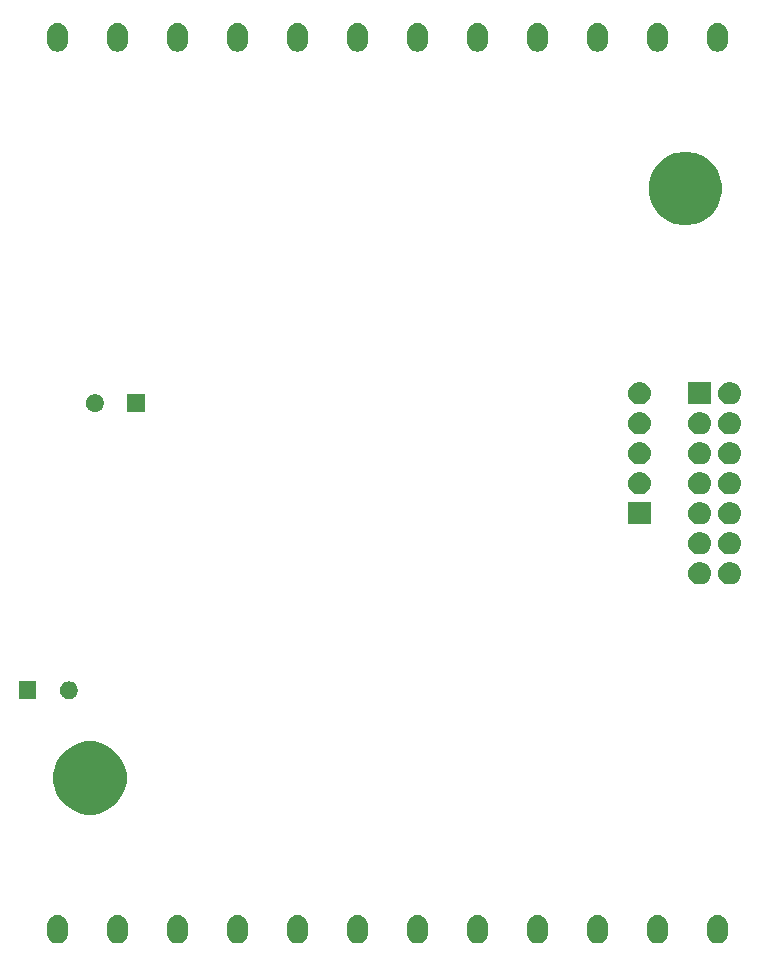
<source format=gbs>
G04 #@! TF.GenerationSoftware,KiCad,Pcbnew,5.0.2*
G04 #@! TF.CreationDate,2018-12-28T21:36:43+01:00*
G04 #@! TF.ProjectId,esp32control,65737033-3263-46f6-9e74-726f6c2e6b69,rev?*
G04 #@! TF.SameCoordinates,Original*
G04 #@! TF.FileFunction,Soldermask,Bot*
G04 #@! TF.FilePolarity,Negative*
%FSLAX46Y46*%
G04 Gerber Fmt 4.6, Leading zero omitted, Abs format (unit mm)*
G04 Created by KiCad (PCBNEW 5.0.2) date Fr 28 Dez 2018 21:36:43 CET*
%MOMM*%
%LPD*%
G01*
G04 APERTURE LIST*
%ADD10C,0.100000*%
G04 APERTURE END LIST*
D10*
G36*
X57544931Y-115681522D02*
X57714576Y-115732984D01*
X57870936Y-115816559D01*
X58007975Y-115929025D01*
X58120444Y-116066067D01*
X58204015Y-116222419D01*
X58255478Y-116392068D01*
X58268500Y-116524289D01*
X58268500Y-117212710D01*
X58255478Y-117344931D01*
X58204016Y-117514576D01*
X58204014Y-117514581D01*
X58134673Y-117644309D01*
X58120441Y-117670936D01*
X58007975Y-117807975D01*
X57870933Y-117920444D01*
X57714581Y-118004015D01*
X57544932Y-118055478D01*
X57368500Y-118072854D01*
X57192069Y-118055478D01*
X57022420Y-118004015D01*
X56866068Y-117920444D01*
X56729026Y-117807975D01*
X56616557Y-117670933D01*
X56532986Y-117514581D01*
X56481522Y-117344932D01*
X56468500Y-117212711D01*
X56468500Y-116524290D01*
X56481522Y-116392069D01*
X56532984Y-116222424D01*
X56616559Y-116066064D01*
X56729025Y-115929025D01*
X56866067Y-115816556D01*
X57022419Y-115732985D01*
X57192068Y-115681522D01*
X57368500Y-115664146D01*
X57544931Y-115681522D01*
X57544931Y-115681522D01*
G37*
G36*
X62624931Y-115681522D02*
X62794576Y-115732984D01*
X62950936Y-115816559D01*
X63087975Y-115929025D01*
X63200444Y-116066067D01*
X63284015Y-116222419D01*
X63335478Y-116392068D01*
X63348500Y-116524289D01*
X63348500Y-117212710D01*
X63335478Y-117344931D01*
X63284016Y-117514576D01*
X63284014Y-117514581D01*
X63214673Y-117644309D01*
X63200441Y-117670936D01*
X63087975Y-117807975D01*
X62950933Y-117920444D01*
X62794581Y-118004015D01*
X62624932Y-118055478D01*
X62448500Y-118072854D01*
X62272069Y-118055478D01*
X62102420Y-118004015D01*
X61946068Y-117920444D01*
X61809026Y-117807975D01*
X61696557Y-117670933D01*
X61612986Y-117514581D01*
X61561522Y-117344932D01*
X61548500Y-117212711D01*
X61548500Y-116524290D01*
X61561522Y-116392069D01*
X61612984Y-116222424D01*
X61696559Y-116066064D01*
X61809025Y-115929025D01*
X61946067Y-115816556D01*
X62102419Y-115732985D01*
X62272068Y-115681522D01*
X62448500Y-115664146D01*
X62624931Y-115681522D01*
X62624931Y-115681522D01*
G37*
G36*
X67704931Y-115681522D02*
X67874576Y-115732984D01*
X68030936Y-115816559D01*
X68167975Y-115929025D01*
X68280444Y-116066067D01*
X68364015Y-116222419D01*
X68415478Y-116392068D01*
X68428500Y-116524289D01*
X68428500Y-117212710D01*
X68415478Y-117344931D01*
X68364016Y-117514576D01*
X68364014Y-117514581D01*
X68294673Y-117644309D01*
X68280441Y-117670936D01*
X68167975Y-117807975D01*
X68030933Y-117920444D01*
X67874581Y-118004015D01*
X67704932Y-118055478D01*
X67528500Y-118072854D01*
X67352069Y-118055478D01*
X67182420Y-118004015D01*
X67026068Y-117920444D01*
X66889026Y-117807975D01*
X66776557Y-117670933D01*
X66692986Y-117514581D01*
X66641522Y-117344932D01*
X66628500Y-117212711D01*
X66628500Y-116524290D01*
X66641522Y-116392069D01*
X66692984Y-116222424D01*
X66776559Y-116066064D01*
X66889025Y-115929025D01*
X67026067Y-115816556D01*
X67182419Y-115732985D01*
X67352068Y-115681522D01*
X67528500Y-115664146D01*
X67704931Y-115681522D01*
X67704931Y-115681522D01*
G37*
G36*
X72784931Y-115681522D02*
X72954576Y-115732984D01*
X73110936Y-115816559D01*
X73247975Y-115929025D01*
X73360444Y-116066067D01*
X73444015Y-116222419D01*
X73495478Y-116392068D01*
X73508500Y-116524289D01*
X73508500Y-117212710D01*
X73495478Y-117344931D01*
X73444016Y-117514576D01*
X73444014Y-117514581D01*
X73374673Y-117644309D01*
X73360441Y-117670936D01*
X73247975Y-117807975D01*
X73110933Y-117920444D01*
X72954581Y-118004015D01*
X72784932Y-118055478D01*
X72608500Y-118072854D01*
X72432069Y-118055478D01*
X72262420Y-118004015D01*
X72106068Y-117920444D01*
X71969026Y-117807975D01*
X71856557Y-117670933D01*
X71772986Y-117514581D01*
X71721522Y-117344932D01*
X71708500Y-117212711D01*
X71708500Y-116524290D01*
X71721522Y-116392069D01*
X71772984Y-116222424D01*
X71856559Y-116066064D01*
X71969025Y-115929025D01*
X72106067Y-115816556D01*
X72262419Y-115732985D01*
X72432068Y-115681522D01*
X72608500Y-115664146D01*
X72784931Y-115681522D01*
X72784931Y-115681522D01*
G37*
G36*
X77864931Y-115681522D02*
X78034576Y-115732984D01*
X78190936Y-115816559D01*
X78327975Y-115929025D01*
X78440444Y-116066067D01*
X78524015Y-116222419D01*
X78575478Y-116392068D01*
X78588500Y-116524289D01*
X78588500Y-117212710D01*
X78575478Y-117344931D01*
X78524016Y-117514576D01*
X78524014Y-117514581D01*
X78454673Y-117644309D01*
X78440441Y-117670936D01*
X78327975Y-117807975D01*
X78190933Y-117920444D01*
X78034581Y-118004015D01*
X77864932Y-118055478D01*
X77688500Y-118072854D01*
X77512069Y-118055478D01*
X77342420Y-118004015D01*
X77186068Y-117920444D01*
X77049026Y-117807975D01*
X76936557Y-117670933D01*
X76852986Y-117514581D01*
X76801522Y-117344932D01*
X76788500Y-117212711D01*
X76788500Y-116524290D01*
X76801522Y-116392069D01*
X76852984Y-116222424D01*
X76936559Y-116066064D01*
X77049025Y-115929025D01*
X77186067Y-115816556D01*
X77342419Y-115732985D01*
X77512068Y-115681522D01*
X77688500Y-115664146D01*
X77864931Y-115681522D01*
X77864931Y-115681522D01*
G37*
G36*
X82944931Y-115681522D02*
X83114576Y-115732984D01*
X83270936Y-115816559D01*
X83407975Y-115929025D01*
X83520444Y-116066067D01*
X83604015Y-116222419D01*
X83655478Y-116392068D01*
X83668500Y-116524289D01*
X83668500Y-117212710D01*
X83655478Y-117344931D01*
X83604016Y-117514576D01*
X83604014Y-117514581D01*
X83534673Y-117644309D01*
X83520441Y-117670936D01*
X83407975Y-117807975D01*
X83270933Y-117920444D01*
X83114581Y-118004015D01*
X82944932Y-118055478D01*
X82768500Y-118072854D01*
X82592069Y-118055478D01*
X82422420Y-118004015D01*
X82266068Y-117920444D01*
X82129026Y-117807975D01*
X82016557Y-117670933D01*
X81932986Y-117514581D01*
X81881522Y-117344932D01*
X81868500Y-117212711D01*
X81868500Y-116524290D01*
X81881522Y-116392069D01*
X81932984Y-116222424D01*
X82016559Y-116066064D01*
X82129025Y-115929025D01*
X82266067Y-115816556D01*
X82422419Y-115732985D01*
X82592068Y-115681522D01*
X82768500Y-115664146D01*
X82944931Y-115681522D01*
X82944931Y-115681522D01*
G37*
G36*
X93104931Y-115681522D02*
X93274576Y-115732984D01*
X93430936Y-115816559D01*
X93567975Y-115929025D01*
X93680444Y-116066067D01*
X93764015Y-116222419D01*
X93815478Y-116392068D01*
X93828500Y-116524289D01*
X93828500Y-117212710D01*
X93815478Y-117344931D01*
X93764016Y-117514576D01*
X93764014Y-117514581D01*
X93694673Y-117644309D01*
X93680441Y-117670936D01*
X93567975Y-117807975D01*
X93430933Y-117920444D01*
X93274581Y-118004015D01*
X93104932Y-118055478D01*
X92928500Y-118072854D01*
X92752069Y-118055478D01*
X92582420Y-118004015D01*
X92426068Y-117920444D01*
X92289026Y-117807975D01*
X92176557Y-117670933D01*
X92092986Y-117514581D01*
X92041522Y-117344932D01*
X92028500Y-117212711D01*
X92028500Y-116524290D01*
X92041522Y-116392069D01*
X92092984Y-116222424D01*
X92176559Y-116066064D01*
X92289025Y-115929025D01*
X92426067Y-115816556D01*
X92582419Y-115732985D01*
X92752068Y-115681522D01*
X92928500Y-115664146D01*
X93104931Y-115681522D01*
X93104931Y-115681522D01*
G37*
G36*
X113424931Y-115681522D02*
X113594576Y-115732984D01*
X113750936Y-115816559D01*
X113887975Y-115929025D01*
X114000444Y-116066067D01*
X114084015Y-116222419D01*
X114135478Y-116392068D01*
X114148500Y-116524289D01*
X114148500Y-117212710D01*
X114135478Y-117344931D01*
X114084016Y-117514576D01*
X114084014Y-117514581D01*
X114014673Y-117644309D01*
X114000441Y-117670936D01*
X113887975Y-117807975D01*
X113750933Y-117920444D01*
X113594581Y-118004015D01*
X113424932Y-118055478D01*
X113248500Y-118072854D01*
X113072069Y-118055478D01*
X112902420Y-118004015D01*
X112746068Y-117920444D01*
X112609026Y-117807975D01*
X112496557Y-117670933D01*
X112412986Y-117514581D01*
X112361522Y-117344932D01*
X112348500Y-117212711D01*
X112348500Y-116524290D01*
X112361522Y-116392069D01*
X112412984Y-116222424D01*
X112496559Y-116066064D01*
X112609025Y-115929025D01*
X112746067Y-115816556D01*
X112902419Y-115732985D01*
X113072068Y-115681522D01*
X113248500Y-115664146D01*
X113424931Y-115681522D01*
X113424931Y-115681522D01*
G37*
G36*
X108344931Y-115681522D02*
X108514576Y-115732984D01*
X108670936Y-115816559D01*
X108807975Y-115929025D01*
X108920444Y-116066067D01*
X109004015Y-116222419D01*
X109055478Y-116392068D01*
X109068500Y-116524289D01*
X109068500Y-117212710D01*
X109055478Y-117344931D01*
X109004016Y-117514576D01*
X109004014Y-117514581D01*
X108934673Y-117644309D01*
X108920441Y-117670936D01*
X108807975Y-117807975D01*
X108670933Y-117920444D01*
X108514581Y-118004015D01*
X108344932Y-118055478D01*
X108168500Y-118072854D01*
X107992069Y-118055478D01*
X107822420Y-118004015D01*
X107666068Y-117920444D01*
X107529026Y-117807975D01*
X107416557Y-117670933D01*
X107332986Y-117514581D01*
X107281522Y-117344932D01*
X107268500Y-117212711D01*
X107268500Y-116524290D01*
X107281522Y-116392069D01*
X107332984Y-116222424D01*
X107416559Y-116066064D01*
X107529025Y-115929025D01*
X107666067Y-115816556D01*
X107822419Y-115732985D01*
X107992068Y-115681522D01*
X108168500Y-115664146D01*
X108344931Y-115681522D01*
X108344931Y-115681522D01*
G37*
G36*
X103264931Y-115681522D02*
X103434576Y-115732984D01*
X103590936Y-115816559D01*
X103727975Y-115929025D01*
X103840444Y-116066067D01*
X103924015Y-116222419D01*
X103975478Y-116392068D01*
X103988500Y-116524289D01*
X103988500Y-117212710D01*
X103975478Y-117344931D01*
X103924016Y-117514576D01*
X103924014Y-117514581D01*
X103854673Y-117644309D01*
X103840441Y-117670936D01*
X103727975Y-117807975D01*
X103590933Y-117920444D01*
X103434581Y-118004015D01*
X103264932Y-118055478D01*
X103088500Y-118072854D01*
X102912069Y-118055478D01*
X102742420Y-118004015D01*
X102586068Y-117920444D01*
X102449026Y-117807975D01*
X102336557Y-117670933D01*
X102252986Y-117514581D01*
X102201522Y-117344932D01*
X102188500Y-117212711D01*
X102188500Y-116524290D01*
X102201522Y-116392069D01*
X102252984Y-116222424D01*
X102336559Y-116066064D01*
X102449025Y-115929025D01*
X102586067Y-115816556D01*
X102742419Y-115732985D01*
X102912068Y-115681522D01*
X103088500Y-115664146D01*
X103264931Y-115681522D01*
X103264931Y-115681522D01*
G37*
G36*
X98184931Y-115681522D02*
X98354576Y-115732984D01*
X98510936Y-115816559D01*
X98647975Y-115929025D01*
X98760444Y-116066067D01*
X98844015Y-116222419D01*
X98895478Y-116392068D01*
X98908500Y-116524289D01*
X98908500Y-117212710D01*
X98895478Y-117344931D01*
X98844016Y-117514576D01*
X98844014Y-117514581D01*
X98774673Y-117644309D01*
X98760441Y-117670936D01*
X98647975Y-117807975D01*
X98510933Y-117920444D01*
X98354581Y-118004015D01*
X98184932Y-118055478D01*
X98008500Y-118072854D01*
X97832069Y-118055478D01*
X97662420Y-118004015D01*
X97506068Y-117920444D01*
X97369026Y-117807975D01*
X97256557Y-117670933D01*
X97172986Y-117514581D01*
X97121522Y-117344932D01*
X97108500Y-117212711D01*
X97108500Y-116524290D01*
X97121522Y-116392069D01*
X97172984Y-116222424D01*
X97256559Y-116066064D01*
X97369025Y-115929025D01*
X97506067Y-115816556D01*
X97662419Y-115732985D01*
X97832068Y-115681522D01*
X98008500Y-115664146D01*
X98184931Y-115681522D01*
X98184931Y-115681522D01*
G37*
G36*
X88024931Y-115681522D02*
X88194576Y-115732984D01*
X88350936Y-115816559D01*
X88487975Y-115929025D01*
X88600444Y-116066067D01*
X88684015Y-116222419D01*
X88735478Y-116392068D01*
X88748500Y-116524289D01*
X88748500Y-117212710D01*
X88735478Y-117344931D01*
X88684016Y-117514576D01*
X88684014Y-117514581D01*
X88614673Y-117644309D01*
X88600441Y-117670936D01*
X88487975Y-117807975D01*
X88350933Y-117920444D01*
X88194581Y-118004015D01*
X88024932Y-118055478D01*
X87848500Y-118072854D01*
X87672069Y-118055478D01*
X87502420Y-118004015D01*
X87346068Y-117920444D01*
X87209026Y-117807975D01*
X87096557Y-117670933D01*
X87012986Y-117514581D01*
X86961522Y-117344932D01*
X86948500Y-117212711D01*
X86948500Y-116524290D01*
X86961522Y-116392069D01*
X87012984Y-116222424D01*
X87096559Y-116066064D01*
X87209025Y-115929025D01*
X87346067Y-115816556D01*
X87502419Y-115732985D01*
X87672068Y-115681522D01*
X87848500Y-115664146D01*
X88024931Y-115681522D01*
X88024931Y-115681522D01*
G37*
G36*
X60813099Y-101047921D02*
X61012737Y-101087631D01*
X61576901Y-101321315D01*
X62084635Y-101660572D01*
X62516428Y-102092365D01*
X62855685Y-102600099D01*
X63089369Y-103164263D01*
X63208500Y-103763177D01*
X63208500Y-104373823D01*
X63089369Y-104972737D01*
X62855685Y-105536901D01*
X62516428Y-106044635D01*
X62084635Y-106476428D01*
X61576901Y-106815685D01*
X61012737Y-107049369D01*
X60813099Y-107089079D01*
X60413825Y-107168500D01*
X59803175Y-107168500D01*
X59403901Y-107089079D01*
X59204263Y-107049369D01*
X58640099Y-106815685D01*
X58132365Y-106476428D01*
X57700572Y-106044635D01*
X57361315Y-105536901D01*
X57127631Y-104972737D01*
X57008500Y-104373823D01*
X57008500Y-103763177D01*
X57127631Y-103164263D01*
X57361315Y-102600099D01*
X57700572Y-102092365D01*
X58132365Y-101660572D01*
X58640099Y-101321315D01*
X59204263Y-101087631D01*
X59403901Y-101047921D01*
X59803175Y-100968500D01*
X60413825Y-100968500D01*
X60813099Y-101047921D01*
X60813099Y-101047921D01*
G37*
G36*
X55578500Y-97394500D02*
X54078500Y-97394500D01*
X54078500Y-95894500D01*
X55578500Y-95894500D01*
X55578500Y-97394500D01*
X55578500Y-97394500D01*
G37*
G36*
X58474818Y-95908911D02*
X58547267Y-95923322D01*
X58603803Y-95946740D01*
X58683757Y-95979858D01*
X58806600Y-96061939D01*
X58911061Y-96166400D01*
X58993142Y-96289243D01*
X59049678Y-96425734D01*
X59078500Y-96570630D01*
X59078500Y-96718370D01*
X59049678Y-96863266D01*
X58993142Y-96999757D01*
X58911061Y-97122600D01*
X58806600Y-97227061D01*
X58683757Y-97309142D01*
X58603803Y-97342260D01*
X58547267Y-97365678D01*
X58474818Y-97380089D01*
X58402370Y-97394500D01*
X58254630Y-97394500D01*
X58182182Y-97380089D01*
X58109733Y-97365678D01*
X58053197Y-97342260D01*
X57973243Y-97309142D01*
X57850400Y-97227061D01*
X57745939Y-97122600D01*
X57663858Y-96999757D01*
X57607322Y-96863266D01*
X57578500Y-96718370D01*
X57578500Y-96570630D01*
X57607322Y-96425734D01*
X57663858Y-96289243D01*
X57745939Y-96166400D01*
X57850400Y-96061939D01*
X57973243Y-95979858D01*
X58053197Y-95946740D01*
X58109733Y-95923322D01*
X58182182Y-95908911D01*
X58254630Y-95894500D01*
X58402370Y-95894500D01*
X58474818Y-95908911D01*
X58474818Y-95908911D01*
G37*
G36*
X114450732Y-85802246D02*
X114540270Y-85829407D01*
X114629809Y-85856568D01*
X114794847Y-85944783D01*
X114939501Y-86063499D01*
X115058217Y-86208153D01*
X115146432Y-86373191D01*
X115200754Y-86552269D01*
X115219096Y-86738500D01*
X115200754Y-86924731D01*
X115146432Y-87103809D01*
X115058217Y-87268847D01*
X114939501Y-87413501D01*
X114794847Y-87532217D01*
X114629809Y-87620432D01*
X114540270Y-87647593D01*
X114450732Y-87674754D01*
X114380948Y-87681627D01*
X114311166Y-87688500D01*
X114217834Y-87688500D01*
X114148052Y-87681627D01*
X114078268Y-87674754D01*
X113988730Y-87647593D01*
X113899191Y-87620432D01*
X113734153Y-87532217D01*
X113589499Y-87413501D01*
X113470783Y-87268847D01*
X113382568Y-87103809D01*
X113328246Y-86924731D01*
X113309904Y-86738500D01*
X113328246Y-86552269D01*
X113382568Y-86373191D01*
X113470783Y-86208153D01*
X113589499Y-86063499D01*
X113734153Y-85944783D01*
X113899191Y-85856568D01*
X113988730Y-85829407D01*
X114078268Y-85802246D01*
X114217834Y-85788500D01*
X114311166Y-85788500D01*
X114450732Y-85802246D01*
X114450732Y-85802246D01*
G37*
G36*
X111910732Y-85802246D02*
X112000270Y-85829407D01*
X112089809Y-85856568D01*
X112254847Y-85944783D01*
X112399501Y-86063499D01*
X112518217Y-86208153D01*
X112606432Y-86373191D01*
X112660754Y-86552269D01*
X112679096Y-86738500D01*
X112660754Y-86924731D01*
X112606432Y-87103809D01*
X112518217Y-87268847D01*
X112399501Y-87413501D01*
X112254847Y-87532217D01*
X112089809Y-87620432D01*
X112000270Y-87647593D01*
X111910732Y-87674754D01*
X111840948Y-87681627D01*
X111771166Y-87688500D01*
X111677834Y-87688500D01*
X111608052Y-87681627D01*
X111538268Y-87674754D01*
X111448730Y-87647593D01*
X111359191Y-87620432D01*
X111194153Y-87532217D01*
X111049499Y-87413501D01*
X110930783Y-87268847D01*
X110842568Y-87103809D01*
X110788246Y-86924731D01*
X110769904Y-86738500D01*
X110788246Y-86552269D01*
X110842568Y-86373191D01*
X110930783Y-86208153D01*
X111049499Y-86063499D01*
X111194153Y-85944783D01*
X111359191Y-85856568D01*
X111448730Y-85829407D01*
X111538268Y-85802246D01*
X111677834Y-85788500D01*
X111771166Y-85788500D01*
X111910732Y-85802246D01*
X111910732Y-85802246D01*
G37*
G36*
X111840948Y-83255373D02*
X111910732Y-83262246D01*
X112000270Y-83289407D01*
X112089809Y-83316568D01*
X112254847Y-83404783D01*
X112399501Y-83523499D01*
X112518217Y-83668153D01*
X112606432Y-83833191D01*
X112660754Y-84012269D01*
X112679096Y-84198500D01*
X112660754Y-84384731D01*
X112606432Y-84563809D01*
X112518217Y-84728847D01*
X112399501Y-84873501D01*
X112254847Y-84992217D01*
X112089809Y-85080432D01*
X112000270Y-85107593D01*
X111910732Y-85134754D01*
X111840948Y-85141627D01*
X111771166Y-85148500D01*
X111677834Y-85148500D01*
X111608052Y-85141627D01*
X111538268Y-85134754D01*
X111448730Y-85107593D01*
X111359191Y-85080432D01*
X111194153Y-84992217D01*
X111049499Y-84873501D01*
X110930783Y-84728847D01*
X110842568Y-84563809D01*
X110788246Y-84384731D01*
X110769904Y-84198500D01*
X110788246Y-84012269D01*
X110842568Y-83833191D01*
X110930783Y-83668153D01*
X111049499Y-83523499D01*
X111194153Y-83404783D01*
X111359191Y-83316568D01*
X111448730Y-83289407D01*
X111538268Y-83262246D01*
X111608052Y-83255373D01*
X111677834Y-83248500D01*
X111771166Y-83248500D01*
X111840948Y-83255373D01*
X111840948Y-83255373D01*
G37*
G36*
X114380948Y-83255373D02*
X114450732Y-83262246D01*
X114540270Y-83289407D01*
X114629809Y-83316568D01*
X114794847Y-83404783D01*
X114939501Y-83523499D01*
X115058217Y-83668153D01*
X115146432Y-83833191D01*
X115200754Y-84012269D01*
X115219096Y-84198500D01*
X115200754Y-84384731D01*
X115146432Y-84563809D01*
X115058217Y-84728847D01*
X114939501Y-84873501D01*
X114794847Y-84992217D01*
X114629809Y-85080432D01*
X114540270Y-85107593D01*
X114450732Y-85134754D01*
X114380948Y-85141627D01*
X114311166Y-85148500D01*
X114217834Y-85148500D01*
X114148052Y-85141627D01*
X114078268Y-85134754D01*
X113988730Y-85107593D01*
X113899191Y-85080432D01*
X113734153Y-84992217D01*
X113589499Y-84873501D01*
X113470783Y-84728847D01*
X113382568Y-84563809D01*
X113328246Y-84384731D01*
X113309904Y-84198500D01*
X113328246Y-84012269D01*
X113382568Y-83833191D01*
X113470783Y-83668153D01*
X113589499Y-83523499D01*
X113734153Y-83404783D01*
X113899191Y-83316568D01*
X113988730Y-83289407D01*
X114078268Y-83262246D01*
X114148052Y-83255373D01*
X114217834Y-83248500D01*
X114311166Y-83248500D01*
X114380948Y-83255373D01*
X114380948Y-83255373D01*
G37*
G36*
X107590500Y-82608500D02*
X105690500Y-82608500D01*
X105690500Y-80708500D01*
X107590500Y-80708500D01*
X107590500Y-82608500D01*
X107590500Y-82608500D01*
G37*
G36*
X111840948Y-80715373D02*
X111910732Y-80722246D01*
X112000270Y-80749407D01*
X112089809Y-80776568D01*
X112254847Y-80864783D01*
X112399501Y-80983499D01*
X112518217Y-81128153D01*
X112606432Y-81293191D01*
X112660754Y-81472269D01*
X112679096Y-81658500D01*
X112660754Y-81844731D01*
X112606432Y-82023809D01*
X112518217Y-82188847D01*
X112399501Y-82333501D01*
X112254847Y-82452217D01*
X112089809Y-82540432D01*
X112000270Y-82567593D01*
X111910732Y-82594754D01*
X111771166Y-82608500D01*
X111677834Y-82608500D01*
X111538268Y-82594754D01*
X111448730Y-82567593D01*
X111359191Y-82540432D01*
X111194153Y-82452217D01*
X111049499Y-82333501D01*
X110930783Y-82188847D01*
X110842568Y-82023809D01*
X110788246Y-81844731D01*
X110769904Y-81658500D01*
X110788246Y-81472269D01*
X110842568Y-81293191D01*
X110930783Y-81128153D01*
X111049499Y-80983499D01*
X111194153Y-80864783D01*
X111359191Y-80776568D01*
X111448730Y-80749407D01*
X111538268Y-80722246D01*
X111608052Y-80715373D01*
X111677834Y-80708500D01*
X111771166Y-80708500D01*
X111840948Y-80715373D01*
X111840948Y-80715373D01*
G37*
G36*
X114380948Y-80715373D02*
X114450732Y-80722246D01*
X114540270Y-80749407D01*
X114629809Y-80776568D01*
X114794847Y-80864783D01*
X114939501Y-80983499D01*
X115058217Y-81128153D01*
X115146432Y-81293191D01*
X115200754Y-81472269D01*
X115219096Y-81658500D01*
X115200754Y-81844731D01*
X115146432Y-82023809D01*
X115058217Y-82188847D01*
X114939501Y-82333501D01*
X114794847Y-82452217D01*
X114629809Y-82540432D01*
X114540270Y-82567593D01*
X114450732Y-82594754D01*
X114311166Y-82608500D01*
X114217834Y-82608500D01*
X114078268Y-82594754D01*
X113988730Y-82567593D01*
X113899191Y-82540432D01*
X113734153Y-82452217D01*
X113589499Y-82333501D01*
X113470783Y-82188847D01*
X113382568Y-82023809D01*
X113328246Y-81844731D01*
X113309904Y-81658500D01*
X113328246Y-81472269D01*
X113382568Y-81293191D01*
X113470783Y-81128153D01*
X113589499Y-80983499D01*
X113734153Y-80864783D01*
X113899191Y-80776568D01*
X113988730Y-80749407D01*
X114078268Y-80722246D01*
X114148052Y-80715373D01*
X114217834Y-80708500D01*
X114311166Y-80708500D01*
X114380948Y-80715373D01*
X114380948Y-80715373D01*
G37*
G36*
X111840948Y-78175373D02*
X111910732Y-78182246D01*
X112000270Y-78209407D01*
X112089809Y-78236568D01*
X112254847Y-78324783D01*
X112399501Y-78443499D01*
X112518217Y-78588153D01*
X112606432Y-78753191D01*
X112660754Y-78932269D01*
X112679096Y-79118500D01*
X112660754Y-79304731D01*
X112606432Y-79483809D01*
X112518217Y-79648847D01*
X112399501Y-79793501D01*
X112254847Y-79912217D01*
X112089809Y-80000432D01*
X112000270Y-80027593D01*
X111910732Y-80054754D01*
X111771166Y-80068500D01*
X111677834Y-80068500D01*
X111538268Y-80054754D01*
X111448730Y-80027593D01*
X111359191Y-80000432D01*
X111194153Y-79912217D01*
X111049499Y-79793501D01*
X110930783Y-79648847D01*
X110842568Y-79483809D01*
X110788246Y-79304731D01*
X110769904Y-79118500D01*
X110788246Y-78932269D01*
X110842568Y-78753191D01*
X110930783Y-78588153D01*
X111049499Y-78443499D01*
X111194153Y-78324783D01*
X111359191Y-78236568D01*
X111448730Y-78209407D01*
X111538268Y-78182246D01*
X111608052Y-78175373D01*
X111677834Y-78168500D01*
X111771166Y-78168500D01*
X111840948Y-78175373D01*
X111840948Y-78175373D01*
G37*
G36*
X106756948Y-78175373D02*
X106826732Y-78182246D01*
X106916270Y-78209407D01*
X107005809Y-78236568D01*
X107170847Y-78324783D01*
X107315501Y-78443499D01*
X107434217Y-78588153D01*
X107522432Y-78753191D01*
X107576754Y-78932269D01*
X107595096Y-79118500D01*
X107576754Y-79304731D01*
X107522432Y-79483809D01*
X107434217Y-79648847D01*
X107315501Y-79793501D01*
X107170847Y-79912217D01*
X107005809Y-80000432D01*
X106916270Y-80027593D01*
X106826732Y-80054754D01*
X106687166Y-80068500D01*
X106593834Y-80068500D01*
X106454268Y-80054754D01*
X106364730Y-80027593D01*
X106275191Y-80000432D01*
X106110153Y-79912217D01*
X105965499Y-79793501D01*
X105846783Y-79648847D01*
X105758568Y-79483809D01*
X105704246Y-79304731D01*
X105685904Y-79118500D01*
X105704246Y-78932269D01*
X105758568Y-78753191D01*
X105846783Y-78588153D01*
X105965499Y-78443499D01*
X106110153Y-78324783D01*
X106275191Y-78236568D01*
X106364730Y-78209407D01*
X106454268Y-78182246D01*
X106524052Y-78175373D01*
X106593834Y-78168500D01*
X106687166Y-78168500D01*
X106756948Y-78175373D01*
X106756948Y-78175373D01*
G37*
G36*
X114380948Y-78175373D02*
X114450732Y-78182246D01*
X114540270Y-78209407D01*
X114629809Y-78236568D01*
X114794847Y-78324783D01*
X114939501Y-78443499D01*
X115058217Y-78588153D01*
X115146432Y-78753191D01*
X115200754Y-78932269D01*
X115219096Y-79118500D01*
X115200754Y-79304731D01*
X115146432Y-79483809D01*
X115058217Y-79648847D01*
X114939501Y-79793501D01*
X114794847Y-79912217D01*
X114629809Y-80000432D01*
X114540270Y-80027593D01*
X114450732Y-80054754D01*
X114311166Y-80068500D01*
X114217834Y-80068500D01*
X114078268Y-80054754D01*
X113988730Y-80027593D01*
X113899191Y-80000432D01*
X113734153Y-79912217D01*
X113589499Y-79793501D01*
X113470783Y-79648847D01*
X113382568Y-79483809D01*
X113328246Y-79304731D01*
X113309904Y-79118500D01*
X113328246Y-78932269D01*
X113382568Y-78753191D01*
X113470783Y-78588153D01*
X113589499Y-78443499D01*
X113734153Y-78324783D01*
X113899191Y-78236568D01*
X113988730Y-78209407D01*
X114078268Y-78182246D01*
X114148052Y-78175373D01*
X114217834Y-78168500D01*
X114311166Y-78168500D01*
X114380948Y-78175373D01*
X114380948Y-78175373D01*
G37*
G36*
X106756948Y-75635373D02*
X106826732Y-75642246D01*
X106916270Y-75669407D01*
X107005809Y-75696568D01*
X107170847Y-75784783D01*
X107315501Y-75903499D01*
X107434217Y-76048153D01*
X107522432Y-76213191D01*
X107576754Y-76392269D01*
X107595096Y-76578500D01*
X107576754Y-76764731D01*
X107522432Y-76943809D01*
X107434217Y-77108847D01*
X107315501Y-77253501D01*
X107170847Y-77372217D01*
X107005809Y-77460432D01*
X106916270Y-77487593D01*
X106826732Y-77514754D01*
X106687166Y-77528500D01*
X106593834Y-77528500D01*
X106454268Y-77514754D01*
X106364730Y-77487593D01*
X106275191Y-77460432D01*
X106110153Y-77372217D01*
X105965499Y-77253501D01*
X105846783Y-77108847D01*
X105758568Y-76943809D01*
X105704246Y-76764731D01*
X105685904Y-76578500D01*
X105704246Y-76392269D01*
X105758568Y-76213191D01*
X105846783Y-76048153D01*
X105965499Y-75903499D01*
X106110153Y-75784783D01*
X106275191Y-75696568D01*
X106364730Y-75669407D01*
X106454268Y-75642246D01*
X106524052Y-75635373D01*
X106593834Y-75628500D01*
X106687166Y-75628500D01*
X106756948Y-75635373D01*
X106756948Y-75635373D01*
G37*
G36*
X111840948Y-75635373D02*
X111910732Y-75642246D01*
X112000270Y-75669407D01*
X112089809Y-75696568D01*
X112254847Y-75784783D01*
X112399501Y-75903499D01*
X112518217Y-76048153D01*
X112606432Y-76213191D01*
X112660754Y-76392269D01*
X112679096Y-76578500D01*
X112660754Y-76764731D01*
X112606432Y-76943809D01*
X112518217Y-77108847D01*
X112399501Y-77253501D01*
X112254847Y-77372217D01*
X112089809Y-77460432D01*
X112000270Y-77487593D01*
X111910732Y-77514754D01*
X111771166Y-77528500D01*
X111677834Y-77528500D01*
X111538268Y-77514754D01*
X111448730Y-77487593D01*
X111359191Y-77460432D01*
X111194153Y-77372217D01*
X111049499Y-77253501D01*
X110930783Y-77108847D01*
X110842568Y-76943809D01*
X110788246Y-76764731D01*
X110769904Y-76578500D01*
X110788246Y-76392269D01*
X110842568Y-76213191D01*
X110930783Y-76048153D01*
X111049499Y-75903499D01*
X111194153Y-75784783D01*
X111359191Y-75696568D01*
X111448730Y-75669407D01*
X111538268Y-75642246D01*
X111608052Y-75635373D01*
X111677834Y-75628500D01*
X111771166Y-75628500D01*
X111840948Y-75635373D01*
X111840948Y-75635373D01*
G37*
G36*
X114380948Y-75635373D02*
X114450732Y-75642246D01*
X114540270Y-75669407D01*
X114629809Y-75696568D01*
X114794847Y-75784783D01*
X114939501Y-75903499D01*
X115058217Y-76048153D01*
X115146432Y-76213191D01*
X115200754Y-76392269D01*
X115219096Y-76578500D01*
X115200754Y-76764731D01*
X115146432Y-76943809D01*
X115058217Y-77108847D01*
X114939501Y-77253501D01*
X114794847Y-77372217D01*
X114629809Y-77460432D01*
X114540270Y-77487593D01*
X114450732Y-77514754D01*
X114311166Y-77528500D01*
X114217834Y-77528500D01*
X114078268Y-77514754D01*
X113988730Y-77487593D01*
X113899191Y-77460432D01*
X113734153Y-77372217D01*
X113589499Y-77253501D01*
X113470783Y-77108847D01*
X113382568Y-76943809D01*
X113328246Y-76764731D01*
X113309904Y-76578500D01*
X113328246Y-76392269D01*
X113382568Y-76213191D01*
X113470783Y-76048153D01*
X113589499Y-75903499D01*
X113734153Y-75784783D01*
X113899191Y-75696568D01*
X113988730Y-75669407D01*
X114078268Y-75642246D01*
X114148052Y-75635373D01*
X114217834Y-75628500D01*
X114311166Y-75628500D01*
X114380948Y-75635373D01*
X114380948Y-75635373D01*
G37*
G36*
X106756948Y-73095373D02*
X106826732Y-73102246D01*
X106916270Y-73129407D01*
X107005809Y-73156568D01*
X107170847Y-73244783D01*
X107315501Y-73363499D01*
X107434217Y-73508153D01*
X107522432Y-73673191D01*
X107576754Y-73852269D01*
X107595096Y-74038500D01*
X107576754Y-74224731D01*
X107522432Y-74403809D01*
X107434217Y-74568847D01*
X107315501Y-74713501D01*
X107170847Y-74832217D01*
X107005809Y-74920432D01*
X106916270Y-74947593D01*
X106826732Y-74974754D01*
X106687166Y-74988500D01*
X106593834Y-74988500D01*
X106454268Y-74974754D01*
X106364730Y-74947593D01*
X106275191Y-74920432D01*
X106110153Y-74832217D01*
X105965499Y-74713501D01*
X105846783Y-74568847D01*
X105758568Y-74403809D01*
X105704246Y-74224731D01*
X105685904Y-74038500D01*
X105704246Y-73852269D01*
X105758568Y-73673191D01*
X105846783Y-73508153D01*
X105965499Y-73363499D01*
X106110153Y-73244783D01*
X106275191Y-73156568D01*
X106364730Y-73129407D01*
X106454268Y-73102246D01*
X106524052Y-73095373D01*
X106593834Y-73088500D01*
X106687166Y-73088500D01*
X106756948Y-73095373D01*
X106756948Y-73095373D01*
G37*
G36*
X111840948Y-73095373D02*
X111910732Y-73102246D01*
X112000270Y-73129407D01*
X112089809Y-73156568D01*
X112254847Y-73244783D01*
X112399501Y-73363499D01*
X112518217Y-73508153D01*
X112606432Y-73673191D01*
X112660754Y-73852269D01*
X112679096Y-74038500D01*
X112660754Y-74224731D01*
X112606432Y-74403809D01*
X112518217Y-74568847D01*
X112399501Y-74713501D01*
X112254847Y-74832217D01*
X112089809Y-74920432D01*
X112000270Y-74947593D01*
X111910732Y-74974754D01*
X111771166Y-74988500D01*
X111677834Y-74988500D01*
X111538268Y-74974754D01*
X111448730Y-74947593D01*
X111359191Y-74920432D01*
X111194153Y-74832217D01*
X111049499Y-74713501D01*
X110930783Y-74568847D01*
X110842568Y-74403809D01*
X110788246Y-74224731D01*
X110769904Y-74038500D01*
X110788246Y-73852269D01*
X110842568Y-73673191D01*
X110930783Y-73508153D01*
X111049499Y-73363499D01*
X111194153Y-73244783D01*
X111359191Y-73156568D01*
X111448730Y-73129407D01*
X111538268Y-73102246D01*
X111608052Y-73095373D01*
X111677834Y-73088500D01*
X111771166Y-73088500D01*
X111840948Y-73095373D01*
X111840948Y-73095373D01*
G37*
G36*
X114380948Y-73095373D02*
X114450732Y-73102246D01*
X114540270Y-73129407D01*
X114629809Y-73156568D01*
X114794847Y-73244783D01*
X114939501Y-73363499D01*
X115058217Y-73508153D01*
X115146432Y-73673191D01*
X115200754Y-73852269D01*
X115219096Y-74038500D01*
X115200754Y-74224731D01*
X115146432Y-74403809D01*
X115058217Y-74568847D01*
X114939501Y-74713501D01*
X114794847Y-74832217D01*
X114629809Y-74920432D01*
X114540270Y-74947593D01*
X114450732Y-74974754D01*
X114311166Y-74988500D01*
X114217834Y-74988500D01*
X114078268Y-74974754D01*
X113988730Y-74947593D01*
X113899191Y-74920432D01*
X113734153Y-74832217D01*
X113589499Y-74713501D01*
X113470783Y-74568847D01*
X113382568Y-74403809D01*
X113328246Y-74224731D01*
X113309904Y-74038500D01*
X113328246Y-73852269D01*
X113382568Y-73673191D01*
X113470783Y-73508153D01*
X113589499Y-73363499D01*
X113734153Y-73244783D01*
X113899191Y-73156568D01*
X113988730Y-73129407D01*
X114078268Y-73102246D01*
X114148052Y-73095373D01*
X114217834Y-73088500D01*
X114311166Y-73088500D01*
X114380948Y-73095373D01*
X114380948Y-73095373D01*
G37*
G36*
X64786000Y-73074000D02*
X63286000Y-73074000D01*
X63286000Y-71574000D01*
X64786000Y-71574000D01*
X64786000Y-73074000D01*
X64786000Y-73074000D01*
G37*
G36*
X60682318Y-71588411D02*
X60754767Y-71602822D01*
X60811303Y-71626240D01*
X60891257Y-71659358D01*
X61014100Y-71741439D01*
X61118561Y-71845900D01*
X61200642Y-71968743D01*
X61257178Y-72105234D01*
X61286000Y-72250130D01*
X61286000Y-72397870D01*
X61257178Y-72542766D01*
X61200642Y-72679257D01*
X61118561Y-72802100D01*
X61014100Y-72906561D01*
X60891257Y-72988642D01*
X60811303Y-73021760D01*
X60754767Y-73045178D01*
X60682318Y-73059589D01*
X60609870Y-73074000D01*
X60462130Y-73074000D01*
X60389682Y-73059589D01*
X60317233Y-73045178D01*
X60260697Y-73021760D01*
X60180743Y-72988642D01*
X60057900Y-72906561D01*
X59953439Y-72802100D01*
X59871358Y-72679257D01*
X59814822Y-72542766D01*
X59786000Y-72397870D01*
X59786000Y-72250130D01*
X59814822Y-72105234D01*
X59871358Y-71968743D01*
X59953439Y-71845900D01*
X60057900Y-71741439D01*
X60180743Y-71659358D01*
X60260697Y-71626240D01*
X60317233Y-71602822D01*
X60389682Y-71588411D01*
X60462130Y-71574000D01*
X60609870Y-71574000D01*
X60682318Y-71588411D01*
X60682318Y-71588411D01*
G37*
G36*
X114450732Y-70562246D02*
X114540270Y-70589407D01*
X114629809Y-70616568D01*
X114794847Y-70704783D01*
X114939501Y-70823499D01*
X115058217Y-70968153D01*
X115146432Y-71133191D01*
X115200754Y-71312269D01*
X115219096Y-71498500D01*
X115200754Y-71684731D01*
X115146432Y-71863809D01*
X115058217Y-72028847D01*
X114939501Y-72173501D01*
X114794847Y-72292217D01*
X114629809Y-72380432D01*
X114572326Y-72397869D01*
X114450732Y-72434754D01*
X114311166Y-72448500D01*
X114217834Y-72448500D01*
X114078268Y-72434754D01*
X113956674Y-72397869D01*
X113899191Y-72380432D01*
X113734153Y-72292217D01*
X113589499Y-72173501D01*
X113470783Y-72028847D01*
X113382568Y-71863809D01*
X113328246Y-71684731D01*
X113309904Y-71498500D01*
X113328246Y-71312269D01*
X113382568Y-71133191D01*
X113470783Y-70968153D01*
X113589499Y-70823499D01*
X113734153Y-70704783D01*
X113899191Y-70616568D01*
X113988730Y-70589407D01*
X114078268Y-70562246D01*
X114217834Y-70548500D01*
X114311166Y-70548500D01*
X114450732Y-70562246D01*
X114450732Y-70562246D01*
G37*
G36*
X112674500Y-72448500D02*
X110774500Y-72448500D01*
X110774500Y-70548500D01*
X112674500Y-70548500D01*
X112674500Y-72448500D01*
X112674500Y-72448500D01*
G37*
G36*
X106826732Y-70562246D02*
X106916270Y-70589407D01*
X107005809Y-70616568D01*
X107170847Y-70704783D01*
X107315501Y-70823499D01*
X107434217Y-70968153D01*
X107522432Y-71133191D01*
X107576754Y-71312269D01*
X107595096Y-71498500D01*
X107576754Y-71684731D01*
X107522432Y-71863809D01*
X107434217Y-72028847D01*
X107315501Y-72173501D01*
X107170847Y-72292217D01*
X107005809Y-72380432D01*
X106948326Y-72397869D01*
X106826732Y-72434754D01*
X106687166Y-72448500D01*
X106593834Y-72448500D01*
X106454268Y-72434754D01*
X106332674Y-72397869D01*
X106275191Y-72380432D01*
X106110153Y-72292217D01*
X105965499Y-72173501D01*
X105846783Y-72028847D01*
X105758568Y-71863809D01*
X105704246Y-71684731D01*
X105685904Y-71498500D01*
X105704246Y-71312269D01*
X105758568Y-71133191D01*
X105846783Y-70968153D01*
X105965499Y-70823499D01*
X106110153Y-70704783D01*
X106275191Y-70616568D01*
X106364730Y-70589407D01*
X106454268Y-70562246D01*
X106593834Y-70548500D01*
X106687166Y-70548500D01*
X106826732Y-70562246D01*
X106826732Y-70562246D01*
G37*
G36*
X111213099Y-51147921D02*
X111412737Y-51187631D01*
X111976901Y-51421315D01*
X112484635Y-51760572D01*
X112916428Y-52192365D01*
X113255685Y-52700099D01*
X113489369Y-53264263D01*
X113608500Y-53863177D01*
X113608500Y-54473823D01*
X113489369Y-55072737D01*
X113255685Y-55636901D01*
X112916428Y-56144635D01*
X112484635Y-56576428D01*
X111976901Y-56915685D01*
X111412737Y-57149369D01*
X111213099Y-57189079D01*
X110813825Y-57268500D01*
X110203175Y-57268500D01*
X109803901Y-57189079D01*
X109604263Y-57149369D01*
X109040099Y-56915685D01*
X108532365Y-56576428D01*
X108100572Y-56144635D01*
X107761315Y-55636901D01*
X107527631Y-55072737D01*
X107408500Y-54473823D01*
X107408500Y-53863177D01*
X107527631Y-53264263D01*
X107761315Y-52700099D01*
X108100572Y-52192365D01*
X108532365Y-51760572D01*
X109040099Y-51421315D01*
X109604263Y-51187631D01*
X109803901Y-51147921D01*
X110203175Y-51068500D01*
X110813825Y-51068500D01*
X111213099Y-51147921D01*
X111213099Y-51147921D01*
G37*
G36*
X57544931Y-40181522D02*
X57714576Y-40232984D01*
X57870936Y-40316559D01*
X58007975Y-40429025D01*
X58120444Y-40566067D01*
X58204015Y-40722419D01*
X58255478Y-40892068D01*
X58268500Y-41024289D01*
X58268500Y-41712710D01*
X58255478Y-41844931D01*
X58204016Y-42014576D01*
X58204014Y-42014581D01*
X58134673Y-42144309D01*
X58120441Y-42170936D01*
X58007975Y-42307975D01*
X57870933Y-42420444D01*
X57714581Y-42504015D01*
X57544932Y-42555478D01*
X57368500Y-42572854D01*
X57192069Y-42555478D01*
X57022420Y-42504015D01*
X56866068Y-42420444D01*
X56729026Y-42307975D01*
X56616557Y-42170933D01*
X56532986Y-42014581D01*
X56481522Y-41844932D01*
X56468500Y-41712711D01*
X56468500Y-41024290D01*
X56481522Y-40892069D01*
X56532984Y-40722424D01*
X56616559Y-40566064D01*
X56729025Y-40429025D01*
X56866067Y-40316556D01*
X57022419Y-40232985D01*
X57192068Y-40181522D01*
X57368500Y-40164146D01*
X57544931Y-40181522D01*
X57544931Y-40181522D01*
G37*
G36*
X62624931Y-40181522D02*
X62794576Y-40232984D01*
X62950936Y-40316559D01*
X63087975Y-40429025D01*
X63200444Y-40566067D01*
X63284015Y-40722419D01*
X63335478Y-40892068D01*
X63348500Y-41024289D01*
X63348500Y-41712710D01*
X63335478Y-41844931D01*
X63284016Y-42014576D01*
X63284014Y-42014581D01*
X63214673Y-42144309D01*
X63200441Y-42170936D01*
X63087975Y-42307975D01*
X62950933Y-42420444D01*
X62794581Y-42504015D01*
X62624932Y-42555478D01*
X62448500Y-42572854D01*
X62272069Y-42555478D01*
X62102420Y-42504015D01*
X61946068Y-42420444D01*
X61809026Y-42307975D01*
X61696557Y-42170933D01*
X61612986Y-42014581D01*
X61561522Y-41844932D01*
X61548500Y-41712711D01*
X61548500Y-41024290D01*
X61561522Y-40892069D01*
X61612984Y-40722424D01*
X61696559Y-40566064D01*
X61809025Y-40429025D01*
X61946067Y-40316556D01*
X62102419Y-40232985D01*
X62272068Y-40181522D01*
X62448500Y-40164146D01*
X62624931Y-40181522D01*
X62624931Y-40181522D01*
G37*
G36*
X67704931Y-40181522D02*
X67874576Y-40232984D01*
X68030936Y-40316559D01*
X68167975Y-40429025D01*
X68280444Y-40566067D01*
X68364015Y-40722419D01*
X68415478Y-40892068D01*
X68428500Y-41024289D01*
X68428500Y-41712710D01*
X68415478Y-41844931D01*
X68364016Y-42014576D01*
X68364014Y-42014581D01*
X68294673Y-42144309D01*
X68280441Y-42170936D01*
X68167975Y-42307975D01*
X68030933Y-42420444D01*
X67874581Y-42504015D01*
X67704932Y-42555478D01*
X67528500Y-42572854D01*
X67352069Y-42555478D01*
X67182420Y-42504015D01*
X67026068Y-42420444D01*
X66889026Y-42307975D01*
X66776557Y-42170933D01*
X66692986Y-42014581D01*
X66641522Y-41844932D01*
X66628500Y-41712711D01*
X66628500Y-41024290D01*
X66641522Y-40892069D01*
X66692984Y-40722424D01*
X66776559Y-40566064D01*
X66889025Y-40429025D01*
X67026067Y-40316556D01*
X67182419Y-40232985D01*
X67352068Y-40181522D01*
X67528500Y-40164146D01*
X67704931Y-40181522D01*
X67704931Y-40181522D01*
G37*
G36*
X72784931Y-40181522D02*
X72954576Y-40232984D01*
X73110936Y-40316559D01*
X73247975Y-40429025D01*
X73360444Y-40566067D01*
X73444015Y-40722419D01*
X73495478Y-40892068D01*
X73508500Y-41024289D01*
X73508500Y-41712710D01*
X73495478Y-41844931D01*
X73444016Y-42014576D01*
X73444014Y-42014581D01*
X73374673Y-42144309D01*
X73360441Y-42170936D01*
X73247975Y-42307975D01*
X73110933Y-42420444D01*
X72954581Y-42504015D01*
X72784932Y-42555478D01*
X72608500Y-42572854D01*
X72432069Y-42555478D01*
X72262420Y-42504015D01*
X72106068Y-42420444D01*
X71969026Y-42307975D01*
X71856557Y-42170933D01*
X71772986Y-42014581D01*
X71721522Y-41844932D01*
X71708500Y-41712711D01*
X71708500Y-41024290D01*
X71721522Y-40892069D01*
X71772984Y-40722424D01*
X71856559Y-40566064D01*
X71969025Y-40429025D01*
X72106067Y-40316556D01*
X72262419Y-40232985D01*
X72432068Y-40181522D01*
X72608500Y-40164146D01*
X72784931Y-40181522D01*
X72784931Y-40181522D01*
G37*
G36*
X77864931Y-40181522D02*
X78034576Y-40232984D01*
X78190936Y-40316559D01*
X78327975Y-40429025D01*
X78440444Y-40566067D01*
X78524015Y-40722419D01*
X78575478Y-40892068D01*
X78588500Y-41024289D01*
X78588500Y-41712710D01*
X78575478Y-41844931D01*
X78524016Y-42014576D01*
X78524014Y-42014581D01*
X78454673Y-42144309D01*
X78440441Y-42170936D01*
X78327975Y-42307975D01*
X78190933Y-42420444D01*
X78034581Y-42504015D01*
X77864932Y-42555478D01*
X77688500Y-42572854D01*
X77512069Y-42555478D01*
X77342420Y-42504015D01*
X77186068Y-42420444D01*
X77049026Y-42307975D01*
X76936557Y-42170933D01*
X76852986Y-42014581D01*
X76801522Y-41844932D01*
X76788500Y-41712711D01*
X76788500Y-41024290D01*
X76801522Y-40892069D01*
X76852984Y-40722424D01*
X76936559Y-40566064D01*
X77049025Y-40429025D01*
X77186067Y-40316556D01*
X77342419Y-40232985D01*
X77512068Y-40181522D01*
X77688500Y-40164146D01*
X77864931Y-40181522D01*
X77864931Y-40181522D01*
G37*
G36*
X88024931Y-40181522D02*
X88194576Y-40232984D01*
X88350936Y-40316559D01*
X88487975Y-40429025D01*
X88600444Y-40566067D01*
X88684015Y-40722419D01*
X88735478Y-40892068D01*
X88748500Y-41024289D01*
X88748500Y-41712710D01*
X88735478Y-41844931D01*
X88684016Y-42014576D01*
X88684014Y-42014581D01*
X88614673Y-42144309D01*
X88600441Y-42170936D01*
X88487975Y-42307975D01*
X88350933Y-42420444D01*
X88194581Y-42504015D01*
X88024932Y-42555478D01*
X87848500Y-42572854D01*
X87672069Y-42555478D01*
X87502420Y-42504015D01*
X87346068Y-42420444D01*
X87209026Y-42307975D01*
X87096557Y-42170933D01*
X87012986Y-42014581D01*
X86961522Y-41844932D01*
X86948500Y-41712711D01*
X86948500Y-41024290D01*
X86961522Y-40892069D01*
X87012984Y-40722424D01*
X87096559Y-40566064D01*
X87209025Y-40429025D01*
X87346067Y-40316556D01*
X87502419Y-40232985D01*
X87672068Y-40181522D01*
X87848500Y-40164146D01*
X88024931Y-40181522D01*
X88024931Y-40181522D01*
G37*
G36*
X98184931Y-40181522D02*
X98354576Y-40232984D01*
X98510936Y-40316559D01*
X98647975Y-40429025D01*
X98760444Y-40566067D01*
X98844015Y-40722419D01*
X98895478Y-40892068D01*
X98908500Y-41024289D01*
X98908500Y-41712710D01*
X98895478Y-41844931D01*
X98844016Y-42014576D01*
X98844014Y-42014581D01*
X98774673Y-42144309D01*
X98760441Y-42170936D01*
X98647975Y-42307975D01*
X98510933Y-42420444D01*
X98354581Y-42504015D01*
X98184932Y-42555478D01*
X98008500Y-42572854D01*
X97832069Y-42555478D01*
X97662420Y-42504015D01*
X97506068Y-42420444D01*
X97369026Y-42307975D01*
X97256557Y-42170933D01*
X97172986Y-42014581D01*
X97121522Y-41844932D01*
X97108500Y-41712711D01*
X97108500Y-41024290D01*
X97121522Y-40892069D01*
X97172984Y-40722424D01*
X97256559Y-40566064D01*
X97369025Y-40429025D01*
X97506067Y-40316556D01*
X97662419Y-40232985D01*
X97832068Y-40181522D01*
X98008500Y-40164146D01*
X98184931Y-40181522D01*
X98184931Y-40181522D01*
G37*
G36*
X82944931Y-40181522D02*
X83114576Y-40232984D01*
X83270936Y-40316559D01*
X83407975Y-40429025D01*
X83520444Y-40566067D01*
X83604015Y-40722419D01*
X83655478Y-40892068D01*
X83668500Y-41024289D01*
X83668500Y-41712710D01*
X83655478Y-41844931D01*
X83604016Y-42014576D01*
X83604014Y-42014581D01*
X83534673Y-42144309D01*
X83520441Y-42170936D01*
X83407975Y-42307975D01*
X83270933Y-42420444D01*
X83114581Y-42504015D01*
X82944932Y-42555478D01*
X82768500Y-42572854D01*
X82592069Y-42555478D01*
X82422420Y-42504015D01*
X82266068Y-42420444D01*
X82129026Y-42307975D01*
X82016557Y-42170933D01*
X81932986Y-42014581D01*
X81881522Y-41844932D01*
X81868500Y-41712711D01*
X81868500Y-41024290D01*
X81881522Y-40892069D01*
X81932984Y-40722424D01*
X82016559Y-40566064D01*
X82129025Y-40429025D01*
X82266067Y-40316556D01*
X82422419Y-40232985D01*
X82592068Y-40181522D01*
X82768500Y-40164146D01*
X82944931Y-40181522D01*
X82944931Y-40181522D01*
G37*
G36*
X93104931Y-40181522D02*
X93274576Y-40232984D01*
X93430936Y-40316559D01*
X93567975Y-40429025D01*
X93680444Y-40566067D01*
X93764015Y-40722419D01*
X93815478Y-40892068D01*
X93828500Y-41024289D01*
X93828500Y-41712710D01*
X93815478Y-41844931D01*
X93764016Y-42014576D01*
X93764014Y-42014581D01*
X93694673Y-42144309D01*
X93680441Y-42170936D01*
X93567975Y-42307975D01*
X93430933Y-42420444D01*
X93274581Y-42504015D01*
X93104932Y-42555478D01*
X92928500Y-42572854D01*
X92752069Y-42555478D01*
X92582420Y-42504015D01*
X92426068Y-42420444D01*
X92289026Y-42307975D01*
X92176557Y-42170933D01*
X92092986Y-42014581D01*
X92041522Y-41844932D01*
X92028500Y-41712711D01*
X92028500Y-41024290D01*
X92041522Y-40892069D01*
X92092984Y-40722424D01*
X92176559Y-40566064D01*
X92289025Y-40429025D01*
X92426067Y-40316556D01*
X92582419Y-40232985D01*
X92752068Y-40181522D01*
X92928500Y-40164146D01*
X93104931Y-40181522D01*
X93104931Y-40181522D01*
G37*
G36*
X103264931Y-40181522D02*
X103434576Y-40232984D01*
X103590936Y-40316559D01*
X103727975Y-40429025D01*
X103840444Y-40566067D01*
X103924015Y-40722419D01*
X103975478Y-40892068D01*
X103988500Y-41024289D01*
X103988500Y-41712710D01*
X103975478Y-41844931D01*
X103924016Y-42014576D01*
X103924014Y-42014581D01*
X103854673Y-42144309D01*
X103840441Y-42170936D01*
X103727975Y-42307975D01*
X103590933Y-42420444D01*
X103434581Y-42504015D01*
X103264932Y-42555478D01*
X103088500Y-42572854D01*
X102912069Y-42555478D01*
X102742420Y-42504015D01*
X102586068Y-42420444D01*
X102449026Y-42307975D01*
X102336557Y-42170933D01*
X102252986Y-42014581D01*
X102201522Y-41844932D01*
X102188500Y-41712711D01*
X102188500Y-41024290D01*
X102201522Y-40892069D01*
X102252984Y-40722424D01*
X102336559Y-40566064D01*
X102449025Y-40429025D01*
X102586067Y-40316556D01*
X102742419Y-40232985D01*
X102912068Y-40181522D01*
X103088500Y-40164146D01*
X103264931Y-40181522D01*
X103264931Y-40181522D01*
G37*
G36*
X108344931Y-40181522D02*
X108514576Y-40232984D01*
X108670936Y-40316559D01*
X108807975Y-40429025D01*
X108920444Y-40566067D01*
X109004015Y-40722419D01*
X109055478Y-40892068D01*
X109068500Y-41024289D01*
X109068500Y-41712710D01*
X109055478Y-41844931D01*
X109004016Y-42014576D01*
X109004014Y-42014581D01*
X108934673Y-42144309D01*
X108920441Y-42170936D01*
X108807975Y-42307975D01*
X108670933Y-42420444D01*
X108514581Y-42504015D01*
X108344932Y-42555478D01*
X108168500Y-42572854D01*
X107992069Y-42555478D01*
X107822420Y-42504015D01*
X107666068Y-42420444D01*
X107529026Y-42307975D01*
X107416557Y-42170933D01*
X107332986Y-42014581D01*
X107281522Y-41844932D01*
X107268500Y-41712711D01*
X107268500Y-41024290D01*
X107281522Y-40892069D01*
X107332984Y-40722424D01*
X107416559Y-40566064D01*
X107529025Y-40429025D01*
X107666067Y-40316556D01*
X107822419Y-40232985D01*
X107992068Y-40181522D01*
X108168500Y-40164146D01*
X108344931Y-40181522D01*
X108344931Y-40181522D01*
G37*
G36*
X113424931Y-40181522D02*
X113594576Y-40232984D01*
X113750936Y-40316559D01*
X113887975Y-40429025D01*
X114000444Y-40566067D01*
X114084015Y-40722419D01*
X114135478Y-40892068D01*
X114148500Y-41024289D01*
X114148500Y-41712710D01*
X114135478Y-41844931D01*
X114084016Y-42014576D01*
X114084014Y-42014581D01*
X114014673Y-42144309D01*
X114000441Y-42170936D01*
X113887975Y-42307975D01*
X113750933Y-42420444D01*
X113594581Y-42504015D01*
X113424932Y-42555478D01*
X113248500Y-42572854D01*
X113072069Y-42555478D01*
X112902420Y-42504015D01*
X112746068Y-42420444D01*
X112609026Y-42307975D01*
X112496557Y-42170933D01*
X112412986Y-42014581D01*
X112361522Y-41844932D01*
X112348500Y-41712711D01*
X112348500Y-41024290D01*
X112361522Y-40892069D01*
X112412984Y-40722424D01*
X112496559Y-40566064D01*
X112609025Y-40429025D01*
X112746067Y-40316556D01*
X112902419Y-40232985D01*
X113072068Y-40181522D01*
X113248500Y-40164146D01*
X113424931Y-40181522D01*
X113424931Y-40181522D01*
G37*
M02*

</source>
